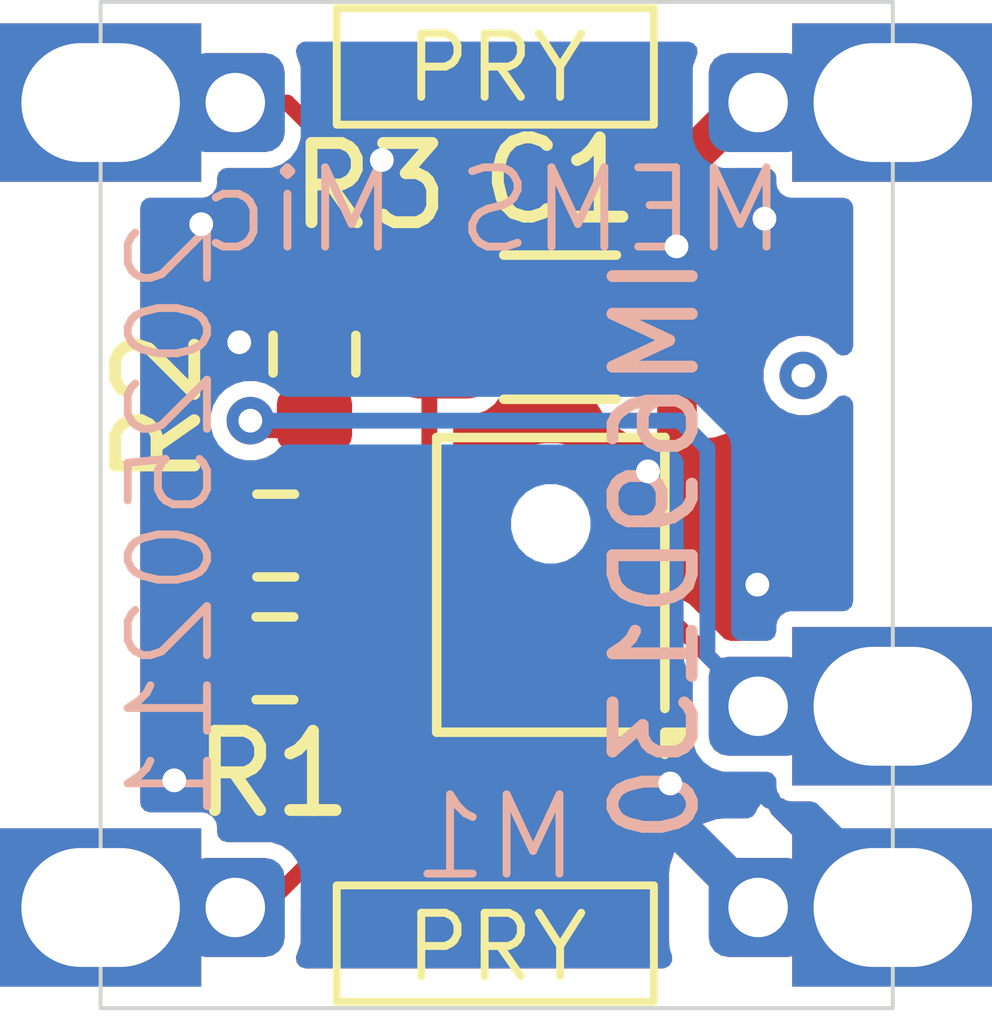
<source format=kicad_pcb>
(kicad_pcb (version 20241229) (generator "pcbnew") (generator_version "9.0")
  (layers (0 "F.Cu" signal) (2 "B.Cu" signal) (13 "F.Paste" user) (15 "B.Paste" user) (5 "F.SilkS" user "F.Silkscreen") (7 "B.SilkS" user "B.Silkscreen") (1 "F.Mask" user) (3 "B.Mask" user) (25 "Edge.Cuts" user))
  (net 0 "")
  (net 1 "DATA")
  (net 2 "VCC")
  (net 3 "GND")
  (net 4 "LR_SELECT")
  (net 5 "CLOCK")
  (net 6 "Net-(MK1-CLOCK)")
  (net 7 "Net-(MK1-DATA)")
  (footprint "Sensor_Audio:Knowles_LGA-5_3.5x2.65mm" (layer "F.Cu") (at 62.5275 48.178 180)
    (property "Reference" "MK1" (hide yes))
    (property "Value" "IM69D130" (at -1.325 0.445 90) (layer "B.SilkS") (effects (justify mirror)))
    (fp_line (start 1.44 1.86) (end -1.44 1.86) (stroke (width 0.12)) (layer "F.SilkS"))
    (fp_line (start 1.44 -1.86) (end 1.44 1.86) (stroke (width 0.12)) (layer "F.SilkS"))
    (fp_line (start -1.14 -1.86) (end 1.44 -1.86) (stroke (width 0.12)) (layer "F.SilkS"))
    (fp_line (start -1.44 1.86) (end -1.44 -1.56) (stroke (width 0.12)) (layer "F.SilkS"))
    (fp_poly (pts (xy -1.44 -1.86) (xy -1.72 -1.86) (xy -1.44 -2.14) (xy -1.44 -1.86)) (stroke (width 0.12)) (fill yes) (layer "F.SilkS"))
    (pad "" np_thru_hole circle (at 0 0.77 180) (size 0.5 0.5) (drill 0.5) (layers "*.Cu" "*.Mask"))
    (pad "1" smd rect (at -0.8375 -1.304 180) (size 0.725 0.522) (layers "F.Cu" "F.Mask" "F.Paste") (net 7 "Net-(MK1-DATA)"))
    (pad "2" smd rect (at -0.8375 -0.482 180) (size 0.725 0.522) (layers "F.Cu" "F.Mask" "F.Paste") (net 4 "LR_SELECT"))
    (pad "3" smd custom (at 0 1.4325 180) (size 0.3 0.3) (layers "F.Cu" "F.Mask") (net 3 "GND") (options (clearance outline) (anchor circle)) (primitives (gr_circle (center 0 -0.6625) (end 0.6625 -0.6625) (width 0.3) (fill no))))
    (pad "4" smd rect (at 0.8375 -0.482 180) (size 0.725 0.522) (layers "F.Cu" "F.Mask" "F.Paste") (net 6 "Net-(MK1-CLOCK)"))
    (pad "5" smd rect (at 0.8375 -1.304 180) (size 0.725 0.522) (layers "F.Cu" "F.Mask" "F.Paste") (net 2 "VCC"))
  )
  (footprint "Resistor_SMD:R_0603_1608Metric" (layer "F.Cu") (at 59.545 45.2655 90)
    (property "Reference" "R3" (at 2.12 0.7 180) (layer "F.SilkS"))
    (property "Value" "100K" (hide yes))
    (fp_line (start -0.237258 -0.5225) (end 0.237258 -0.5225) (stroke (width 0.12)) (layer "F.SilkS"))
    (fp_line (start -0.237258 0.5225) (end 0.237258 0.5225) (stroke (width 0.12)) (layer "F.SilkS"))
    (pad "1" smd roundrect (at -0.825 0 90) (size 0.8 0.95) (layers "F.Cu" "F.Mask" "F.Paste") (net 4 "LR_SELECT"))
    (pad "2" smd roundrect (at 0.825 0 90) (size 0.8 0.95) (layers "F.Cu" "F.Mask" "F.Paste") (net 2 "VCC"))
  )
  (footprint "Resistor_SMD:R_0603_1608Metric" (layer "F.Cu") (at 59.045 49.1055)
    (property "Reference" "R1" (at -0.02 1.46 180) (layer "F.SilkS"))
    (property "Value" "100" (hide yes))
    (fp_line (start -0.237258 -0.5225) (end 0.237258 -0.5225) (stroke (width 0.12)) (layer "F.SilkS"))
    (fp_line (start -0.237258 0.5225) (end 0.237258 0.5225) (stroke (width 0.12)) (layer "F.SilkS"))
    (pad "1" smd roundrect (at -0.825 0) (size 0.8 0.95) (layers "F.Cu" "F.Mask" "F.Paste") (net 1 "DATA"))
    (pad "2" smd roundrect (at 0.825 0) (size 0.8 0.95) (layers "F.Cu" "F.Mask" "F.Paste") (net 7 "Net-(MK1-DATA)"))
  )
  (footprint "Capacitor_SMD:C_1206_3216Metric" (layer "F.Cu") (at 62.645 44.9255)
    (property "Reference" "C1" (at 0 -1.85 0) (layer "F.SilkS"))
    (property "Value" "100nF" (hide yes))
    (fp_line (start -0.711252 -0.91) (end 0.711252 -0.91) (stroke (width 0.12)) (layer "F.SilkS"))
    (fp_line (start -0.711252 0.91) (end 0.711252 0.91) (stroke (width 0.12)) (layer "F.SilkS"))
    (pad "1" smd roundrect (at -1.475 0) (size 1.15 1.8) (layers "F.Cu" "F.Mask" "F.Paste") (roundrect_rratio 0.217391) (net 2 "VCC"))
    (pad "2" smd roundrect (at 1.475 0) (size 1.15 1.8) (layers "F.Cu" "F.Mask" "F.Paste") (roundrect_rratio 0.217391) (net 3 "GND"))
  )
  (footprint "Resistor_SMD:R_0603_1608Metric" (layer "F.Cu") (at 59.055 47.5555 180)
    (property "Reference" "R2" (at 1.4825 1.6225 270) (layer "F.SilkS"))
    (property "Value" "100" (hide yes))
    (fp_line (start -0.237258 0.5225) (end 0.237258 0.5225) (stroke (width 0.12)) (layer "F.SilkS"))
    (fp_line (start -0.237258 -0.5225) (end 0.237258 -0.5225) (stroke (width 0.12)) (layer "F.SilkS"))
    (pad "1" smd roundrect (at -0.825 0 180) (size 0.8 0.95) (layers "F.Cu" "F.Mask" "F.Paste") (net 6 "Net-(MK1-CLOCK)"))
    (pad "2" smd roundrect (at 0.825 0 180) (size 0.8 0.95) (layers "F.Cu" "F.Mask" "F.Paste") (net 5 "CLOCK"))
  )
  (footprint "MegaCastle:MegaCastle2x5-Module-I10.0x7.9-M9C4-SPAREPAD" (layer "B.Cu") (at 61.845 47.1705 180)
    (property "Reference" "M1" (at 0.017638 -4.195 0) (layer "B.SilkS") (effects (font (thickness 0.1)) (justify mirror)))
    (property "Value" "~" (hide yes))
    (fp_rect (start -1.984241 4.801) (end 2.019516 6.27) (stroke (width 0.1)) (fill no) (layer "F.SilkS"))
    (fp_rect (start -1.984241 -4.801) (end 2.019516 -6.27) (stroke (width 0.1)) (fill no) (layer "F.SilkS"))
    (fp_line (start 5 6.35) (end 5 -6.35) (stroke (width 0.05)) (layer "Edge.Cuts"))
    (fp_line (start -5 6.35) (end 5 6.35) (stroke (width 0.05)) (layer "Edge.Cuts"))
    (fp_line (start -5 6.35) (end -5 -6.35) (stroke (width 0.05)) (layer "Edge.Cuts"))
    (fp_line (start -5 -6.35) (end 5 -6.35) (stroke (width 0.05)) (layer "Edge.Cuts"))
    (fp_text user "PRY" (at 0 -6.05 0) (layer "F.SilkS") (effects (font (size 0.8 0.8) (thickness 0.1)) (justify bottom)))
    (fp_text user "PRY" (at 0 5.05 0) (layer "F.SilkS") (effects (font (size 0.8 0.8) (thickness 0.1)) (justify bottom)))
    (pad "1" thru_hole rect (at -5 5.08 180) (size 2.54 2) (drill oval 2 1.5) (property pad_prop_castellated) (layers "*.Cu" "*.Mask") (net 2 "VCC"))
    (pad "1" thru_hole roundrect (at -3.3 5.08) (size 1.25 1.25) (drill 0.75) (layers "*.Cu" "*.Mask") (roundrect_rratio 0.2) (net 2 "VCC"))
    (pad "4" thru_hole rect (at -5 -2.54 180) (size 2.54 2) (drill oval 2 1.5) (property pad_prop_castellated) (layers "*.Cu" "*.Mask") (net 4 "LR_SELECT"))
    (pad "4" thru_hole roundrect (at -3.3 -2.54) (size 1.25 1.25) (drill 0.75) (layers "*.Cu" "*.Mask") (roundrect_rratio 0.2) (net 4 "LR_SELECT"))
    (pad "5" thru_hole rect (at -5 -5.08 180) (size 2.54 2) (drill oval 2 1.5) (property pad_prop_castellated) (layers "*.Cu" "*.Mask") (net 3 "GND"))
    (pad "5" thru_hole roundrect (at -3.3 -5.08) (size 1.25 1.25) (drill 0.75) (layers "*.Cu" "*.Mask") (roundrect_rratio 0.2) (net 3 "GND"))
    (pad "6" thru_hole roundrect (at 3.3 5.08) (size 1.25 1.25) (drill 0.75) (layers "*.Cu" "*.Mask") (roundrect_rratio 0.2) (net 5 "CLOCK"))
    (pad "6" thru_hole rect (at 5 5.08 180) (size 2.54 2) (drill oval 2 1.5) (property pad_prop_castellated) (layers "*.Cu" "*.Mask") (net 5 "CLOCK"))
    (pad "10" thru_hole roundrect (at 3.3 -5.08) (size 1.25 1.25) (drill 0.75) (layers "*.Cu" "*.Mask") (roundrect_rratio 0.2) (net 1 "DATA"))
    (pad "10" thru_hole rect (at 5 -5.08 180) (size 2.54 2) (drill oval 2 1.5) (property pad_prop_castellated) (layers "*.Cu" "*.Mask") (net 1 "DATA"))
  )
  (gr_text "20250211" (at 58.315 43.4755 90) (layer "B.SilkS") (effects (font (size 1 1) (thickness 0.1)) (justify left bottom mirror)))
  (gr_text "MEMS Mic" (at 65.555 44.0355 0) (layer "B.SilkS") (effects (font (size 1 1) (thickness 0.1)) (justify left bottom mirror)))
  (via (at 65.715 45.5355) (size 0.6) (drill 0.3) (layers "F.Cu" "B.Cu") (net 0))
  (segment (start 58.22 49.1055) (end 58.22 49.8405) (width 0.2) (layer "F.Cu") (net 1))
  (segment (start 59.525 51.6355) (end 58.91 52.2505) (width 0.2) (layer "F.Cu") (net 1))
  (segment (start 58.22 49.8405) (end 59.525 51.1455) (width 0.2) (layer "F.Cu") (net 1))
  (segment (start 58.91 52.2505) (end 58.545 52.2505) (width 0.2) (layer "F.Cu") (net 1))
  (segment (start 59.525 51.1455) (end 59.525 51.6355) (width 0.2) (layer "F.Cu") (net 1))
  (segment (start 65.145 42.0905) (end 64.99 42.0905) (width 0.5) (layer "F.Cu") (net 2))
  (segment (start 60.995 49.1655) (end 60.995 45.1005) (width 0.2) (layer "F.Cu") (net 2))
  (segment (start 60.685 44.4405) (end 61.17 44.9255) (width 0.5) (layer "F.Cu") (net 2))
  (segment (start 61.17 43.4905) (end 61.17 44.9255) (width 0.5) (layer "F.Cu") (net 2))
  (segment (start 60.995 45.1005) (end 61.17 44.9255) (width 0.2) (layer "F.Cu") (net 2))
  (segment (start 61.3115 49.482) (end 60.995 49.1655) (width 0.2) (layer "F.Cu") (net 2))
  (segment (start 59.545 44.4405) (end 60.685 44.4405) (width 0.5) (layer "F.Cu") (net 2))
  (segment (start 61.69 49.482) (end 61.3115 49.482) (width 0.2) (layer "F.Cu") (net 2))
  (segment (start 64.99 42.0905) (end 64.145 42.9355) (width 0.5) (layer "F.Cu") (net 2))
  (segment (start 61.725 42.9355) (end 61.17 43.4905) (width 0.5) (layer "F.Cu") (net 2))
  (segment (start 64.145 42.9355) (end 61.725 42.9355) (width 0.5) (layer "F.Cu") (net 2))
  (segment (start 64.12 44.9255) (end 64.12 43.9105) (width 0.5) (layer "F.Cu") (net 3))
  (segment (start 64.12 43.9105) (end 64.115 43.9055) (width 0.5) (layer "F.Cu") (net 3))
  (segment (start 62.5275 46.7455) (end 63.755 46.7455) (width 0.2) (layer "F.Cu") (net 3))
  (via (at 64.115 43.9055) (size 0.6) (drill 0.3) (layers "F.Cu" "B.Cu") (net 3))
  (via (at 58.595 45.1155) (size 0.6) (drill 0.3) (layers "F.Cu" "B.Cu") (net 3))
  (via (at 57.775 50.6455) (size 0.6) (drill 0.3) (layers "F.Cu" "B.Cu") (net 3))
  (via (at 58.115 43.6255) (size 0.6) (drill 0.3) (layers "F.Cu" "B.Cu") (net 3))
  (via (at 65.225 43.5555) (size 0.6) (drill 0.3) (layers "F.Cu" "B.Cu") (net 3))
  (via (at 65.135 48.1755) (size 0.6) (drill 0.3) (layers "F.Cu" "B.Cu") (net 3))
  (via (at 64.035 50.6855) (size 0.6) (drill 0.3) (layers "F.Cu" "B.Cu") (net 3))
  (via (at 60.395 42.8155) (size 0.6) (drill 0.3) (layers "F.Cu" "B.Cu") (net 3))
  (via (at 63.755 46.7455) (size 0.6) (drill 0.3) (layers "F.Cu" "B.Cu") (net 3))
  (segment (start 66.01 49.1205) (end 66.895 50.0055) (width 0.2) (layer "F.Cu") (net 4))
  (segment (start 64.0945 48.66) (end 65.145 49.7105) (width 0.2) (layer "F.Cu") (net 4))
  (segment (start 58.735 46.1055) (end 58.855 46.2255) (width 0.2) (layer "F.Cu") (net 4))
  (segment (start 59.065 46.2255) (end 59.195 46.0955) (width 0.2) (layer "F.Cu") (net 4))
  (segment (start 58.855 46.2255) (end 59.065 46.2255) (width 0.2) (layer "F.Cu") (net 4))
  (segment (start 63.365 48.66) (end 64.0945 48.66) (width 0.2) (layer "F.Cu") (net 4))
  (segment (start 59.54 46.0955) (end 59.545 46.0905) (width 0.2) (layer "F.Cu") (net 4))
  (segment (start 66.895 50.0055) (end 66.565 50.0055) (width 0.2) (layer "F.Cu") (net 4))
  (segment (start 59.195 46.0955) (end 59.54 46.0955) (width 0.2) (layer "F.Cu") (net 4))
  (via (at 58.735 46.1055) (size 0.6) (drill 0.3) (layers "F.Cu" "B.Cu") (net 4))
  (segment (start 64.505 49.0705) (end 64.505 46.4555) (width 0.2) (layer "B.Cu") (net 4))
  (segment (start 65.145 49.7105) (end 64.505 49.0705) (width 0.2) (layer "B.Cu") (net 4))
  (segment (start 64.505 46.4555) (end 64.155 46.1055) (width 0.2) (layer "B.Cu") (net 4))
  (segment (start 66.895 50.0055) (end 66.3258 50.0055) (width 0.2) (layer "B.Cu") (net 4))
  (segment (start 64.155 46.1055) (end 58.735 46.1055) (width 0.2) (layer "B.Cu") (net 4))
  (segment (start 58.545 42.0905) (end 59.2 42.0905) (width 0.2) (layer "F.Cu") (net 5))
  (segment (start 59.655 42.5455) (end 59.655 43.0555) (width 0.2) (layer "F.Cu") (net 5))
  (segment (start 57.975 47.3005) (end 58.23 47.5555) (width 0.2) (layer "F.Cu") (net 5))
  (segment (start 59.655 43.0555) (end 57.975 44.7355) (width 0.2) (layer "F.Cu") (net 5))
  (segment (start 59.2 42.0905) (end 59.655 42.5455) (width 0.2) (layer "F.Cu") (net 5))
  (segment (start 57.975 44.7355) (end 57.975 47.3005) (width 0.2) (layer "F.Cu") (net 5))
  (segment (start 62.175 50.5155) (end 61.375 50.5155) (width 0.2) (layer "F.Cu") (net 6))
  (segment (start 62.0995 48.66) (end 62.525 49.0855) (width 0.2) (layer "F.Cu") (net 6))
  (segment (start 61.69 48.66) (end 62.0995 48.66) (width 0.2) (layer "F.Cu") (net 6))
  (segment (start 62.525 50.1655) (end 62.175 50.5155) (width 0.2) (layer "F.Cu") (net 6))
  (segment (start 60.57 48.2455) (end 59.88 47.5555) (width 0.2) (layer "F.Cu") (net 6))
  (segment (start 61.375 50.5155) (end 60.57 49.7105) (width 0.2) (layer "F.Cu") (net 6))
  (segment (start 60.57 49.7105) (end 60.57 48.2455) (width 0.2) (layer "F.Cu") (net 6))
  (segment (start 62.525 49.0855) (end 62.525 50.1655) (width 0.2) (layer "F.Cu") (net 6))
  (segment (start 62.340685 50.9155) (end 63.365 49.891185) (width 0.2) (layer "F.Cu") (net 7))
  (segment (start 59.87 49.1055) (end 59.87 49.6705) (width 0.2) (layer "F.Cu") (net 7))
  (segment (start 61.115 50.9155) (end 62.340685 50.9155) (width 0.2) (layer "F.Cu") (net 7))
  (segment (start 63.365 49.891185) (end 63.365 49.482) (width 0.2) (layer "F.Cu") (net 7))
  (segment (start 59.87 49.6705) (end 61.115 50.9155) (width 0.2) (layer "F.Cu") (net 7))
  (zone (net 3) (net_name "GND") (layers "F.Cu" "B.Cu") (priority 2) (connect_pads (clearance 0.2)) (min_thickness 0.25) (fill yes (thermal_gap 0.5) (thermal_bridge_width 0.5))
    (polygon (pts (xy 56.8164 41.1761) (xy 56.8418 53.7237) (xy 66.7732 53.7491) (xy 66.7986 41.1761)))
  )
)
</source>
